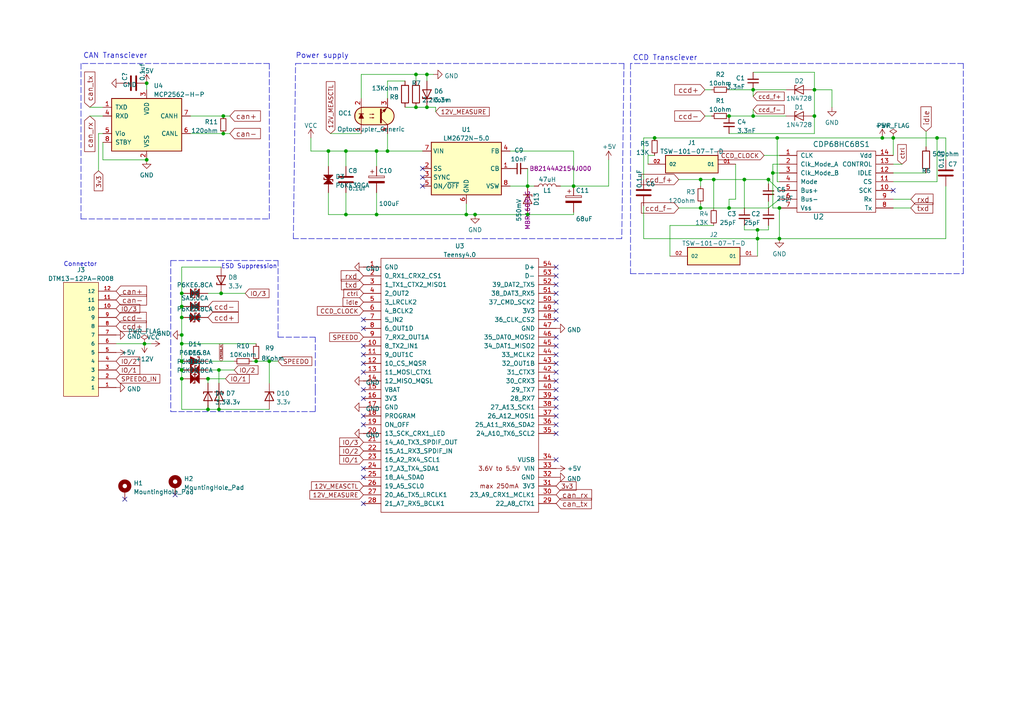
<source format=kicad_sch>
(kicad_sch (version 20211123) (generator eeschema)
  (paper "A4")
  (title_block (title "XJ/TJ CCD/CAN bus arbiter") (date "2022-06-30") (rev "1.0") (company "N9 Works"))
  (lib_symbols
    (symbol "DTM13-12PA-R008:DTM13-12PA-R008" (pin_names (offset 1.016))
      (property "Reference" "J" (at -5.08 20.3454 0))
      (property "Value" "DTM13-12PA-R008" (at -5.08 -20.3454 0))
      (symbol "DTM13-12PA-R008_0_0"
        (pin passive line (at -10.16 15.24 0) (length 5.08) (name "1") (number "1"))
        (pin passive line (at -10.16 -7.62 0) (length 5.08) (name "10") (number "10"))
        (pin passive line (at -10.16 -10.16 0) (length 5.08) (name "11") (number "11"))
        (pin passive line (at -10.16 -12.7 0) (length 5.08) (name "12") (number "12"))
        (pin passive line (at -10.16 12.7 0) (length 5.08) (name "2") (number "2"))
        (pin passive line (at -10.16 10.16 0) (length 5.08) (name "3") (number "3"))
        (pin passive line (at -10.16 7.62 0) (length 5.08) (name "4") (number "4"))
        (pin passive line (at -10.16 5.08 0) (length 5.08) (name "5") (number "5"))
        (pin passive line (at -10.16 2.54 0) (length 5.08) (name "6") (number "6"))
        (pin passive line (at -10.16 0 0) (length 5.08) (name "7") (number "7"))
        (pin passive line (at -10.16 -2.54 0) (length 5.08) (name "8") (number "8"))
        (pin passive line (at -10.16 -5.08 0) (length 5.08) (name "9") (number "9"))
      )
    )
    (symbol "Device:C_Small" (pin_numbers hide) (pin_names (offset 0.254) hide)
      (property "Reference" "C" (at 0.254 1.778 0))
      (property "Value" "C_Small" (at 0.254 -2.032 0))
      (symbol "C_Small_1_1"
        (pin passive line (at 0 2.54 270) (length 2.032) (name "~") (number "1"))
        (pin passive line (at 0 -2.54 90) (length 2.032) (name "~") (number "2"))
      )
    )
    (symbol "Device:D_Zener" (pin_numbers hide) (pin_names (offset 1.016) hide)
      (property "Reference" "D" (at 0 2.54 0))
      (property "Value" "D_Zener" (at 0 -2.54 0))
      (symbol "D_Zener_1_1"
        (pin passive line (at -3.81 0 0) (length 2.54) (name "K") (number "1"))
        (pin passive line (at 3.81 0 180) (length 2.54) (name "A") (number "2"))
      )
    )
    (symbol "Device:R" (pin_numbers hide) (pin_names (offset 0))
      (property "Reference" "R" (at 2.032 0 90))
      (property "Value" "R" (at 0 0 90))
      (symbol "R_1_1"
        (pin passive line (at 0 3.81 270) (length 1.27) (name "~") (number "1"))
        (pin passive line (at 0 -3.81 90) (length 1.27) (name "~") (number "2"))
      )
    )
    (symbol "Device:R_Small" (pin_numbers hide) (pin_names (offset 0.254) hide)
      (property "Reference" "R" (at 0.762 0.508 0))
      (property "Value" "R_Small" (at 0.762 -1.016 0))
      (symbol "R_Small_1_1"
        (pin passive line (at 0 2.54 270) (length 0.762) (name "~") (number "1"))
        (pin passive line (at 0 -2.54 90) (length 0.762) (name "~") (number "2"))
      )
    )
    (symbol "Diode_TVS_AKL:P6KE39CA" (pin_numbers hide) (pin_names (offset 1.016) hide)
      (property "Reference" "D" (at 0 5.08 0))
      (property "Value" "P6KE39CA" (at 0 2.54 0))
      (symbol "P6KE39CA_1_1"
        (pin passive line (at -3.81 0 0) (length 2.54) (name "K") (number "1"))
        (pin passive line (at 3.81 0 180) (length 2.54) (name "A") (number "2"))
      )
    )
    (symbol "Diode_TVS_AKL:P6KE6.8A" (pin_numbers hide) (pin_names (offset 1.016) hide)
      (property "Reference" "D" (at 0 5.08 0))
      (property "Value" "P6KE6.8A" (at 0 2.54 0))
      (symbol "P6KE6.8A_1_1"
        (pin passive line (at 3.81 0 180) (length 2.54) (name "K") (number "1"))
        (pin passive line (at -3.81 0 0) (length 2.54) (name "A") (number "2"))
      )
    )
    (symbol "Diode_TVS_AKL:P6KE6.8CA" (pin_numbers hide) (pin_names (offset 1.016) hide)
      (property "Reference" "D" (at 0 5.08 0))
      (property "Value" "P6KE6.8CA" (at 0 2.54 0))
      (symbol "P6KE6.8CA_1_1"
        (pin passive line (at -3.81 0 0) (length 2.54) (name "K") (number "1"))
        (pin passive line (at 3.81 0 180) (length 2.54) (name "A") (number "2"))
      )
    )
    (symbol "Interface_CAN_LIN:MCP2562-H-P" (pin_names (offset 1.016))
      (property "Reference" "U" (at -10.16 8.89 0))
      (property "Value" "MCP2562-H-P" (at 2.54 8.89 0))
      (symbol "MCP2562-H-P_1_1"
        (pin input line (at -12.7 5.08 0) (length 2.54) (name "TXD") (number "1"))
        (pin power_in line (at 0 -10.16 90) (length 2.54) (name "VSS") (number "2"))
        (pin power_in line (at 0 10.16 270) (length 2.54) (name "VDD") (number "3"))
        (pin output line (at -12.7 2.54 0) (length 2.54) (name "RXD") (number "4"))
        (pin power_in line (at -12.7 -2.54 0) (length 2.54) (name "Vio") (number "5"))
        (pin bidirectional line (at 12.7 -2.54 180) (length 2.54) (name "CANL") (number "6"))
        (pin bidirectional line (at 12.7 2.54 180) (length 2.54) (name "CANH") (number "7"))
        (pin input line (at -12.7 -5.08 0) (length 2.54) (name "STBY") (number "8"))
      )
    )
    (symbol "Mechanical:MountingHole_Pad" (pin_numbers hide) (pin_names (offset 1.016) hide)
      (property "Reference" "H" (at 0 6.35 0))
      (property "Value" "MountingHole_Pad" (at 0 4.445 0))
      (symbol "MountingHole_Pad_1_1"
        (pin input line (at 0 -2.54 90) (length 2.54) (name "1") (number "1"))
      )
    )
    (symbol "Optocoupler_AKL:Optocoupler_Generic" (pin_names (offset 1.016))
      (property "Reference" "OC" (at 6.35 1.27 0))
      (property "Value" "Optocoupler_Generic" (at 6.35 -1.27 0))
      (symbol "Optocoupler_Generic_1_1"
        (pin passive line (at -3.81 5.08 270) (length 2.54) (name "~") (number "1"))
        (pin passive line (at -3.81 -5.08 90) (length 2.54) (name "~") (number "2"))
        (pin passive line (at 3.81 -5.08 90) (length 2.54) (name "~") (number "3"))
        (pin passive line (at 3.81 5.08 270) (length 2.54) (name "~") (number "4"))
      )
    )
    (symbol "Regulator_Switching:LM2672N-5.0"
      (property "Reference" "U" (at -10.16 8.89 0))
      (property "Value" "LM2672N-5.0" (at 0 8.89 0))
      (symbol "LM2672N-5.0_1_1"
        (pin input line (at 12.7 0 180) (length 2.54) (name "CB") (number "1"))
        (pin input line (at -12.7 0 0) (length 2.54) (name "SS") (number "2"))
        (pin input line (at -12.7 -2.54 0) (length 2.54) (name "SYNC") (number "3"))
        (pin input line (at 12.7 5.08 180) (length 2.54) (name "FB") (number "4"))
        (pin input line (at -12.7 -5.08 0) (length 2.54) (name "ON/~{OFF}") (number "5"))
        (pin power_in line (at 0 -10.16 90) (length 2.54) (name "GND") (number "6"))
        (pin power_in line (at -12.7 5.08 0) (length 2.54) (name "VIN") (number "7"))
        (pin output line (at 12.7 -5.08 180) (length 2.54) (name "VSW") (number "8"))
      )
    )
    (symbol "TSW-101-07-T-D:TSW-101-07-T-D" (pin_names (offset 1.016))
      (property "Reference" "J" (at -8.128 2.54 0))
      (property "Value" "TSW-101-07-T-D" (at -7.62 -5.08 0))
      (symbol "TSW-101-07-T-D_0_0"
        (pin passive line (at -12.7 0 0) (length 5.08) (name "01") (number "01"))
        (pin passive line (at 12.7 0 180) (length 5.08) (name "02") (number "02"))
      )
    )
    (symbol "ccd_can_bridge-rescue:+5V" (power) (pin_names (offset 0))
      (property "Value" "+5V" (at 0 3.556 0))
      (symbol "+5V_1_1"
        (pin power_in line (at 0 0 90) (length 0) hide (name "+5V") (number "1"))
      )
    )
    (symbol "ccd_can_bridge-rescue:C" (pin_numbers hide) (pin_names (offset 0.254))
      (property "Reference" "C" (at 0.635 2.54 0))
      (property "Value" "C" (at 0.635 -2.54 0))
      (symbol "C_1_1"
        (pin passive line (at 0 3.81 270) (length 2.794) (name "~") (number "1"))
        (pin passive line (at 0 -3.81 90) (length 2.794) (name "~") (number "2"))
      )
    )
    (symbol "ccd_can_bridge-rescue:CDP68HC68S1" (pin_names (offset 1.016))
      (property "Reference" "U" (at -5.1562 -10.16 0))
      (property "Value" "CDP68HC68S1" (at 1.4732 10.8712 0))
      (symbol "CDP68HC68S1_1_1"
        (pin input line (at -16.51 7.62 0) (length 5.08) (name "CLK") (number "1"))
        (pin bidirectional line (at 16.51 -2.54 180) (length 5.08) (name "SCK") (number "10"))
        (pin input line (at 16.51 0 180) (length 5.08) (name "CS") (number "11"))
        (pin bidirectional line (at 16.51 2.54 180) (length 5.08) (name "IDLE") (number "12"))
        (pin bidirectional line (at 16.51 5.08 180) (length 5.08) (name "CONTROL") (number "13"))
        (pin power_in line (at 16.51 7.62 180) (length 5.08) (name "Vdd") (number "14"))
        (pin input line (at -16.51 5.08 0) (length 5.08) (name "Clk_Mode_A") (number "2"))
        (pin input line (at -16.51 2.54 0) (length 5.08) (name "Clk_Mode_B") (number "3"))
        (pin input line (at -16.51 0 0) (length 5.08) (name "Mode") (number "4"))
        (pin bidirectional line (at -16.51 -2.54 0) (length 5.08) (name "Bus+") (number "5"))
        (pin bidirectional line (at -16.51 -5.08 0) (length 5.08) (name "Bus-") (number "6"))
        (pin power_in line (at -16.51 -7.62 0) (length 5.08) (name "Vss") (number "7"))
        (pin input line (at 16.51 -7.62 180) (length 5.08) (name "Tx") (number "8"))
        (pin output line (at 16.51 -5.08 180) (length 5.08) (name "Rx") (number "9"))
      )
    )
    (symbol "ccd_can_bridge-rescue:CP" (pin_numbers hide) (pin_names (offset 0.254))
      (property "Reference" "C" (at 0.635 2.54 0))
      (property "Value" "CP" (at 0.635 -2.54 0))
      (symbol "CP_1_1"
        (pin passive line (at 0 3.81 270) (length 2.794) (name "~") (number "1"))
        (pin passive line (at 0 -3.81 90) (length 2.794) (name "~") (number "2"))
      )
    )
    (symbol "ccd_can_bridge-rescue:D_Zener" (pin_numbers hide) (pin_names (offset 1.016) hide)
      (property "Reference" "D" (at 0 2.54 0))
      (property "Value" "D_Zener" (at 0 -2.54 0))
      (symbol "D_Zener_1_1"
        (pin passive line (at -3.81 0 0) (length 2.54) (name "K") (number "1"))
        (pin passive line (at 3.81 0 180) (length 2.54) (name "A") (number "2"))
      )
    )
    (symbol "ccd_can_bridge-rescue:L" (pin_numbers hide) (pin_names (offset 1.016) hide)
      (property "Reference" "L" (at -1.27 0 90))
      (property "Value" "L" (at 1.905 0 90))
      (symbol "L_1_1"
        (pin passive line (at 0 3.81 270) (length 1.27) (name "1") (number "1"))
        (pin passive line (at 0 -3.81 90) (length 1.27) (name "2") (number "2"))
      )
    )
    (symbol "power:+12V" (power) (pin_names (offset 0))
      (property "Value" "+12V" (at 0 3.556 0))
      (symbol "+12V_1_1"
        (pin power_in line (at 0 0 90) (length 0) hide (name "+12V") (number "1"))
      )
    )
    (symbol "power:+5V" (power) (pin_names (offset 0))
      (property "Value" "+5V" (at 0 3.556 0))
      (symbol "+5V_1_1"
        (pin power_in line (at 0 0 90) (length 0) hide (name "+5V") (number "1"))
      )
    )
    (symbol "power:GND" (power) (pin_names (offset 0))
      (property "Value" "GND" (at 0 -3.81 0))
      (symbol "GND_1_1"
        (pin power_in line (at 0 0 270) (length 0) hide (name "GND") (number "1"))
      )
    )
    (symbol "power:PWR_FLAG" (power) (pin_numbers hide) (pin_names (offset 0) hide)
      (property "Value" "PWR_FLAG" (at 0 3.81 0))
      (symbol "PWR_FLAG_0_0"
        (pin power_out line (at 0 0 90) (length 0) (name "pwr") (number "1"))
      )
    )
    (symbol "power:VCC" (power) (pin_names (offset 0))
      (property "Value" "VCC" (at 0 3.81 0))
      (symbol "VCC_1_1"
        (pin power_in line (at 0 0 90) (length 0) hide (name "VCC") (number "1"))
      )
    )
    (symbol "teensy:Teensy4.0" (pin_names (offset 1.016))
      (property "Reference" "U" (at 0 39.37 0))
      (property "Value" "Teensy4.0" (at 0 -39.37 0))
      (symbol "Teensy4.0_0_0"
        (text "3.6V to 5.5V" (at 11.43 -24.13 0) (effects (font (size 1.27 1.27))))
        (text "max 250mA" (at 11.43 -29.21 0) (effects (font (size 1.27 1.27))))
        (pin bidirectional line (at -27.94 11.43 0) (length 5.08) (name "8_TX2_IN1") (number "10"))
        (pin bidirectional line (at -27.94 8.89 0) (length 5.08) (name "9_OUT1C") (number "11"))
        (pin bidirectional line (at -27.94 6.35 0) (length 5.08) (name "10_CS_MQSR") (number "12"))
        (pin bidirectional line (at -27.94 3.81 0) (length 5.08) (name "11_MOSI_CTX1") (number "13"))
        (pin bidirectional line (at -27.94 1.27 0) (length 5.08) (name "12_MISO_MQSL") (number "14"))
        (pin power_in line (at -27.94 -1.27 0) (length 5.08) (name "VBAT") (number "15"))
        (pin power_in line (at -27.94 -3.81 0) (length 5.08) (name "3V3") (number "16"))
        (pin power_in line (at -27.94 -6.35 0) (length 5.08) (name "GND") (number "17"))
        (pin input line (at -27.94 -8.89 0) (length 5.08) (name "PROGRAM") (number "18"))
        (pin input line (at -27.94 -11.43 0) (length 5.08) (name "ON_OFF") (number "19"))
        (pin bidirectional line (at -27.94 -13.97 0) (length 5.08) (name "13_SCK_CRX1_LED") (number "20"))
        (pin bidirectional line (at -27.94 -16.51 0) (length 5.08) (name "14_A0_TX3_SPDIF_OUT") (number "21"))
        (pin bidirectional line (at -27.94 -19.05 0) (length 5.08) (name "15_A1_RX3_SPDIF_IN") (number "22"))
        (pin bidirectional line (at -27.94 -21.59 0) (length 5.08) (name "16_A2_RX4_SCL1") (number "23"))
        (pin bidirectional line (at -27.94 -24.13 0) (length 5.08) (name "17_A3_TX4_SDA1") (number "24"))
        (pin bidirectional line (at -27.94 -26.67 0) (length 5.08) (name "18_A4_SDA0") (number "25"))
        (pin bidirectional line (at -27.94 -29.21 0) (length 5.08) (name "19_A5_SCL0") (number "26"))
        (pin bidirectional line (at -27.94 -31.75 0) (length 5.08) (name "20_A6_TX5_LRCLK1") (number "27"))
        (pin bidirectional line (at -27.94 -34.29 0) (length 5.08) (name "21_A7_RX5_BCLK1") (number "28"))
        (pin bidirectional line (at 27.94 -34.29 180) (length 5.08) (name "22_A8_CTX1") (number "29"))
        (pin bidirectional line (at 27.94 -31.75 180) (length 5.08) (name "23_A9_CRX1_MCLK1") (number "30"))
        (pin power_out line (at 27.94 -29.21 180) (length 5.08) (name "3V3") (number "31"))
        (pin power_in line (at 27.94 -26.67 180) (length 5.08) (name "GND") (number "32"))
        (pin power_in line (at 27.94 -24.13 180) (length 5.08) (name "VIN") (number "33"))
        (pin power_out line (at 27.94 -21.59 180) (length 5.08) (name "VUSB") (number "34"))
        (pin bidirectional line (at 27.94 -13.97 180) (length 5.08) (name "24_A10_TX6_SCL2") (number "35"))
        (pin bidirectional line (at 27.94 -11.43 180) (length 5.08) (name "25_A11_RX6_SDA2") (number "36"))
        (pin bidirectional line (at 27.94 -8.89 180) (length 5.08) (name "26_A12_MOSI1") (number "37"))
        (pin bidirectional line (at 27.94 -6.35 180) (length 5.08) (name "27_A13_SCK1") (number "38"))
        (pin bidirectional line (at 27.94 -3.81 180) (length 5.08) (name "28_RX7") (number "39"))
        (pin bidirectional line (at 27.94 -1.27 180) (length 5.08) (name "29_TX7") (number "40"))
        (pin bidirectional line (at 27.94 1.27 180) (length 5.08) (name "30_CRX3") (number "41"))
        (pin bidirectional line (at 27.94 3.81 180) (length 5.08) (name "31_CTX3") (number "42"))
        (pin bidirectional line (at 27.94 6.35 180) (length 5.08) (name "32_OUT1B") (number "43"))
        (pin bidirectional line (at 27.94 8.89 180) (length 5.08) (name "33_MCLK2") (number "44"))
        (pin bidirectional line (at 27.94 11.43 180) (length 5.08) (name "34_DAT1_MISO2") (number "45"))
        (pin bidirectional line (at 27.94 13.97 180) (length 5.08) (name "35_DAT0_MOSI2") (number "46"))
        (pin power_out line (at 27.94 16.51 180) (length 5.08) (name "GND") (number "47"))
        (pin bidirectional line (at 27.94 19.05 180) (length 5.08) (name "36_CLK_CS2") (number "48"))
        (pin power_out line (at 27.94 21.59 180) (length 5.08) (name "3V3") (number "49"))
        (pin bidirectional line (at -27.94 24.13 0) (length 5.08) (name "3_LRCLK2") (number "5"))
        (pin bidirectional line (at 27.94 24.13 180) (length 5.08) (name "37_CMD_SCK2") (number "50"))
        (pin bidirectional line (at 27.94 26.67 180) (length 5.08) (name "38_DAT3_RX5") (number "51"))
        (pin bidirectional line (at 27.94 29.21 180) (length 5.08) (name "39_DAT2_TX5") (number "52"))
        (pin bidirectional line (at 27.94 31.75 180) (length 5.08) (name "D-") (number "53"))
        (pin bidirectional line (at 27.94 34.29 180) (length 5.08) (name "D+") (number "54"))
        (pin bidirectional line (at -27.94 21.59 0) (length 5.08) (name "4_BCLK2") (number "6"))
        (pin bidirectional line (at -27.94 19.05 0) (length 5.08) (name "5_IN2") (number "7"))
        (pin bidirectional line (at -27.94 16.51 0) (length 5.08) (name "6_OUT1D") (number "8"))
        (pin bidirectional line (at -27.94 13.97 0) (length 5.08) (name "7_RX2_OUT1A") (number "9"))
      )
      (symbol "Teensy4.0_1_1"
        (pin power_in line (at -27.94 34.29 0) (length 5.08) (name "GND") (number "1"))
        (pin bidirectional line (at -27.94 31.75 0) (length 5.08) (name "0_RX1_CRX2_CS1") (number "2"))
        (pin bidirectional line (at -27.94 29.21 0) (length 5.08) (name "1_TX1_CTX2_MISO1") (number "3"))
        (pin bidirectional line (at -27.94 26.67 0) (length 5.08) (name "2_OUT2") (number "4"))
      )
    )
  )
  (junction (at 123.825 31.115))
  (junction (at 52.705 107.315))
  (junction (at 153.035 62.23))
  (junction (at 95.25 43.815))
  (junction (at 60.325 118.745))
  (junction (at 64.135 85.09))
  (junction (at 100.33 43.815))
  (junction (at 123.825 21.59))
  (junction (at 63.5 118.745))
  (junction (at 203.2 52.07))
  (junction (at 218.44 26.035))
  (junction (at 120.65 21.59))
  (junction (at 137.795 62.23))
  (junction (at 109.22 62.23))
  (junction (at 120.65 31.115))
  (junction (at 42.545 46.355))
  (junction (at 52.705 88.9))
  (junction (at 100.33 62.23))
  (junction (at 222.885 52.07))
  (junction (at 78.105 104.775))
  (junction (at 236.22 26.035))
  (junction (at 211.455 60.325))
  (junction (at 41.91 99.695))
  (junction (at 60.325 109.855))
  (junction (at 64.77 33.655))
  (junction (at 52.705 109.855))
  (junction (at 218.44 33.655))
  (junction (at 52.705 99.695))
  (junction (at 226.06 69.215))
  (junction (at 207.01 52.07))
  (junction (at 63.5 107.315))
  (junction (at 226.06 60.325))
  (junction (at 52.705 104.775))
  (junction (at 255.905 40.005))
  (junction (at 42.545 24.13))
  (junction (at 189.865 40.005))
  (junction (at 211.455 33.655))
  (junction (at 219.71 69.215))
  (junction (at 166.37 53.975))
  (junction (at 52.705 92.075))
  (junction (at 112.395 43.815))
  (junction (at 64.77 38.735))
  (junction (at 215.9 52.07))
  (junction (at 52.705 97.155))
  (junction (at 259.08 40.005))
  (junction (at 153.035 53.975))
  (junction (at 52.705 85.09))
  (junction (at 271.78 40.005))
  (junction (at 135.255 62.23))
  (junction (at 236.22 33.655))
  (junction (at 109.22 43.815))
  (junction (at 219.71 66.675))
  (junction (at 225.425 40.005))
  (junction (at 224.155 50.165))
  (junction (at 74.295 104.775))
  (junction (at 203.2 60.325))
  (no_connect (at 161.29 125.73))
  (no_connect (at 161.29 90.17))
  (no_connect (at 161.29 102.87))
  (no_connect (at 161.29 92.71))
  (no_connect (at 161.29 87.63))
  (no_connect (at 161.29 80.01))
  (no_connect (at 161.29 77.47))
  (no_connect (at 105.41 107.95))
  (no_connect (at 105.41 102.87))
  (no_connect (at 105.41 113.03))
  (no_connect (at 105.41 100.33))
  (no_connect (at 161.29 115.57))
  (no_connect (at 161.29 113.03))
  (no_connect (at 161.29 110.49))
  (no_connect (at 161.29 107.95))
  (no_connect (at 161.29 105.41))
  (no_connect (at 161.29 133.35))
  (no_connect (at 259.08 55.245))
  (no_connect (at 161.29 100.33))
  (no_connect (at 161.29 97.79))
  (no_connect (at 122.555 48.895))
  (no_connect (at 122.555 51.435))
  (no_connect (at 122.555 53.975))
  (no_connect (at 105.41 146.05))
  (no_connect (at 105.41 115.57))
  (no_connect (at 105.41 120.65))
  (no_connect (at 105.41 123.19))
  (no_connect (at 161.29 85.09))
  (no_connect (at 161.29 82.55))
  (no_connect (at 105.41 138.43))
  (no_connect (at 50.8 143.51))
  (no_connect (at 36.195 144.78))
  (no_connect (at 105.41 105.41))
  (no_connect (at 105.41 135.89))
  (no_connect (at 105.41 92.71))
  (no_connect (at 161.29 118.11))
  (no_connect (at 161.29 123.19))
  (no_connect (at 161.29 120.65))
  (no_connect (at 105.41 95.25))
  (wire (pts (xy 224.155 50.165) (xy 226.06 50.165)))
  (wire (pts (xy 52.705 88.9) (xy 52.705 92.075)))
  (wire (pts (xy 55.245 38.735) (xy 64.77 38.735)))
  (wire (pts (xy 55.245 33.655) (xy 64.77 33.655)))
  (wire (pts (xy 166.37 43.815) (xy 166.37 53.975)))
  (wire (pts (xy 259.08 50.165) (xy 268.605 50.165)))
  (wire (pts (xy 60.325 118.745) (xy 63.5 118.745)))
  (wire (pts (xy 166.37 53.975) (xy 176.53 53.975)))
  (polyline (pts (xy 80.645 97.79) (xy 91.44 97.79)))
  (wire (pts (xy 28.575 38.735) (xy 28.575 49.53)))
  (polyline (pts (xy 91.44 119.38) (xy 86.36 119.38)))
  (wire (pts (xy 219.71 66.675) (xy 219.71 69.215)))
  (polyline (pts (xy 23.495 63.5) (xy 78.105 63.5)))
  (wire (pts (xy 60.325 85.09) (xy 64.135 85.09)))
  (polyline (pts (xy 49.53 75.565) (xy 49.53 119.38)))
  (wire (pts (xy 166.37 62.23) (xy 166.37 61.595)))
  (wire (pts (xy 222.885 53.34) (xy 222.885 52.07)))
  (wire (pts (xy 215.9 52.07) (xy 215.9 60.325)))
  (wire (pts (xy 52.705 85.09) (xy 52.705 88.9)))
  (wire (pts (xy 236.22 38.735) (xy 236.22 33.655)))
  (polyline (pts (xy 85.09 69.215) (xy 85.725 18.415)))
  (wire (pts (xy 78.105 104.775) (xy 78.105 111.125)))
  (wire (pts (xy 42.545 24.13) (xy 42.545 26.035)))
  (wire (pts (xy 235.585 33.655) (xy 236.22 33.655)))
  (wire (pts (xy 135.255 62.23) (xy 137.795 62.23)))
  (wire (pts (xy 78.105 104.775) (xy 80.645 104.775)))
  (wire (pts (xy 207.01 52.07) (xy 207.01 60.325)))
  (wire (pts (xy 224.155 60.325) (xy 226.06 60.325)))
  (wire (pts (xy 52.705 85.09) (xy 52.705 77.47)))
  (wire (pts (xy 259.08 47.625) (xy 261.62 47.625)))
  (wire (pts (xy 60.325 109.855) (xy 60.325 111.125)))
  (wire (pts (xy 224.155 50.165) (xy 224.155 60.325)))
  (wire (pts (xy 52.705 97.155) (xy 52.705 99.695)))
  (polyline (pts (xy 91.44 97.79) (xy 91.44 99.06)))
  (wire (pts (xy 100.33 48.26) (xy 100.33 43.815)))
  (wire (pts (xy 255.905 40.005) (xy 259.08 40.005)))
  (wire (pts (xy 120.65 21.59) (xy 123.825 21.59)))
  (wire (pts (xy 95.885 38.735) (xy 104.775 38.735)))
  (wire (pts (xy 109.22 43.815) (xy 112.395 43.815)))
  (wire (pts (xy 226.06 57.785) (xy 222.885 60.325)))
  (wire (pts (xy 218.44 20.955) (xy 236.22 20.955)))
  (wire (pts (xy 123.825 21.59) (xy 125.73 21.59)))
  (wire (pts (xy 218.44 26.035) (xy 227.965 26.035)))
  (wire (pts (xy 153.035 48.895) (xy 153.035 53.975)))
  (wire (pts (xy 112.395 23.495) (xy 117.475 23.495)))
  (wire (pts (xy 95.25 62.23) (xy 100.33 62.23)))
  (wire (pts (xy 213.36 47.625) (xy 213.36 57.785)))
  (wire (pts (xy 64.77 38.735) (xy 66.675 38.735)))
  (wire (pts (xy 222.885 52.07) (xy 215.9 52.07)))
  (wire (pts (xy 112.395 43.815) (xy 122.555 43.815)))
  (wire (pts (xy 204.47 26.035) (xy 206.375 26.035)))
  (wire (pts (xy 60.325 107.315) (xy 63.5 107.315)))
  (wire (pts (xy 41.91 99.695) (xy 43.815 99.695)))
  (wire (pts (xy 271.78 40.005) (xy 274.32 40.005)))
  (polyline (pts (xy 49.53 75.565) (xy 80.645 75.565)))
  (wire (pts (xy 112.395 38.735) (xy 112.395 43.815)))
  (wire (pts (xy 222.885 52.07) (xy 226.06 55.245)))
  (polyline (pts (xy 182.88 79.375) (xy 279.4 79.375)))
  (wire (pts (xy 26.035 33.655) (xy 29.845 33.655)))
  (wire (pts (xy 63.5 111.125) (xy 63.5 107.315)))
  (wire (pts (xy 189.865 40.005) (xy 225.425 40.005)))
  (wire (pts (xy 104.775 21.59) (xy 120.65 21.59)))
  (wire (pts (xy 218.44 33.655) (xy 227.965 33.655)))
  (polyline (pts (xy 182.88 18.415) (xy 182.88 79.375)))
  (wire (pts (xy 100.33 43.815) (xy 109.22 43.815)))
  (wire (pts (xy 211.455 57.785) (xy 211.455 60.325)))
  (wire (pts (xy 211.455 26.035) (xy 218.44 26.035)))
  (wire (pts (xy 52.705 99.695) (xy 52.705 104.775)))
  (wire (pts (xy 153.035 53.975) (xy 154.94 53.975)))
  (wire (pts (xy 52.705 104.775) (xy 52.705 107.315)))
  (wire (pts (xy 203.2 52.07) (xy 203.2 53.975)))
  (wire (pts (xy 26.035 31.115) (xy 29.845 31.115)))
  (wire (pts (xy 259.08 60.325) (xy 264.16 60.325)))
  (wire (pts (xy 100.33 55.88) (xy 100.33 62.23)))
  (wire (pts (xy 63.5 118.745) (xy 78.105 118.745)))
  (wire (pts (xy 274.32 53.975) (xy 274.32 69.215)))
  (wire (pts (xy 63.5 107.315) (xy 67.945 107.315)))
  (wire (pts (xy 162.56 53.975) (xy 166.37 53.975)))
  (wire (pts (xy 211.455 33.655) (xy 218.44 33.655)))
  (wire (pts (xy 187.96 47.625) (xy 187.96 45.085)))
  (polyline (pts (xy 279.4 79.375) (xy 279.4 18.415)))
  (wire (pts (xy 235.585 26.035) (xy 236.22 26.035)))
  (wire (pts (xy 29.845 46.355) (xy 42.545 46.355)))
  (wire (pts (xy 274.32 40.005) (xy 274.32 46.355)))
  (wire (pts (xy 100.33 62.23) (xy 109.22 62.23)))
  (wire (pts (xy 236.22 33.655) (xy 236.22 26.035)))
  (wire (pts (xy 33.655 99.695) (xy 41.91 99.695)))
  (wire (pts (xy 211.455 60.325) (xy 222.885 60.325)))
  (wire (pts (xy 135.255 62.23) (xy 135.255 59.055)))
  (wire (pts (xy 52.705 77.47) (xy 64.135 77.47)))
  (polyline (pts (xy 180.34 69.215) (xy 85.09 69.215)))
  (polyline (pts (xy 80.645 97.79) (xy 80.645 75.565)))
  (wire (pts (xy 90.17 43.815) (xy 95.25 43.815)))
  (polyline (pts (xy 180.975 18.415) (xy 180.34 69.215)))
  (polyline (pts (xy 91.44 113.03) (xy 91.44 119.38)))
  (wire (pts (xy 194.31 74.295) (xy 194.31 65.405)))
  (wire (pts (xy 52.705 109.855) (xy 52.705 118.745)))
  (wire (pts (xy 137.795 62.23) (xy 153.035 62.23)))
  (wire (pts (xy 64.77 33.655) (xy 66.675 33.655)))
  (wire (pts (xy 63.5 114.935) (xy 63.5 118.745)))
  (wire (pts (xy 73.025 104.775) (xy 74.295 104.775)))
  (wire (pts (xy 226.06 60.325) (xy 226.06 69.215)))
  (wire (pts (xy 196.85 52.07) (xy 203.2 52.07)))
  (wire (pts (xy 126.365 31.115) (xy 126.365 32.385)))
  (wire (pts (xy 52.705 118.745) (xy 60.325 118.745)))
  (polyline (pts (xy 279.4 18.415) (xy 182.88 18.415)))
  (wire (pts (xy 222.885 66.675) (xy 219.71 66.675)))
  (wire (pts (xy 215.9 65.405) (xy 215.9 66.675)))
  (wire (pts (xy 225.425 40.005) (xy 255.905 40.005)))
  (wire (pts (xy 221.615 45.085) (xy 226.06 45.085)))
  (wire (pts (xy 74.295 104.775) (xy 78.105 104.775)))
  (wire (pts (xy 147.955 53.975) (xy 153.035 53.975)))
  (wire (pts (xy 218.44 26.035) (xy 218.44 27.94)))
  (wire (pts (xy 241.3 26.035) (xy 241.3 31.115)))
  (wire (pts (xy 226.06 69.215) (xy 274.32 69.215)))
  (wire (pts (xy 60.325 109.855) (xy 65.405 109.855)))
  (wire (pts (xy 268.605 38.1) (xy 268.605 42.545)))
  (polyline (pts (xy 91.44 113.03) (xy 91.44 98.425)))
  (polyline (pts (xy 78.105 18.415) (xy 78.105 63.5)))
  (wire (pts (xy 226.06 52.705) (xy 225.425 52.705)))
  (wire (pts (xy 28.575 38.735) (xy 29.845 38.735)))
  (wire (pts (xy 259.08 40.005) (xy 259.08 45.085)))
  (wire (pts (xy 153.035 62.23) (xy 166.37 62.23)))
  (wire (pts (xy 218.44 31.75) (xy 218.44 33.655)))
  (wire (pts (xy 186.69 69.215) (xy 219.71 69.215)))
  (wire (pts (xy 186.69 69.215) (xy 186.69 59.69)))
  (wire (pts (xy 259.08 40.005) (xy 271.78 40.005)))
  (wire (pts (xy 203.2 60.325) (xy 211.455 60.325)))
  (wire (pts (xy 109.22 48.26) (xy 109.22 43.815)))
  (wire (pts (xy 204.47 33.655) (xy 206.375 33.655)))
  (wire (pts (xy 109.22 62.23) (xy 135.255 62.23)))
  (wire (pts (xy 64.135 85.09) (xy 71.12 85.09)))
  (wire (pts (xy 95.25 48.26) (xy 95.25 43.815)))
  (wire (pts (xy 176.53 46.355) (xy 176.53 53.975)))
  (wire (pts (xy 123.825 21.59) (xy 123.825 23.495)))
  (wire (pts (xy 226.06 47.625) (xy 224.155 47.625)))
  (wire (pts (xy 52.705 92.075) (xy 52.705 97.155)))
  (wire (pts (xy 90.17 43.815) (xy 90.17 40.005)))
  (wire (pts (xy 147.955 43.815) (xy 166.37 43.815)))
  (wire (pts (xy 112.395 23.495) (xy 112.395 28.575)))
  (wire (pts (xy 236.22 26.035) (xy 241.3 26.035)))
  (wire (pts (xy 203.2 59.055) (xy 203.2 60.325)))
  (wire (pts (xy 219.71 69.215) (xy 219.71 74.295)))
  (wire (pts (xy 153.035 61.595) (xy 153.035 62.23)))
  (wire (pts (xy 271.78 52.705) (xy 259.08 52.705)))
  (wire (pts (xy 186.69 40.005) (xy 186.69 52.07)))
  (wire (pts (xy 222.885 58.42) (xy 222.885 60.325)))
  (wire (pts (xy 120.65 21.59) (xy 120.65 23.495)))
  (wire (pts (xy 222.885 65.405) (xy 222.885 66.675)))
  (wire (pts (xy 29.845 41.275) (xy 29.845 46.355)))
  (wire (pts (xy 186.69 40.005) (xy 189.865 40.005)))
  (wire (pts (xy 117.475 31.115) (xy 120.65 31.115)))
  (polyline (pts (xy 49.53 119.38) (xy 86.36 119.38)))
  (wire (pts (xy 109.22 55.88) (xy 109.22 62.23)))
  (wire (pts (xy 123.825 31.115) (xy 126.365 31.115)))
  (wire (pts (xy 52.705 107.315) (xy 52.705 109.855)))
  (wire (pts (xy 213.36 57.785) (xy 211.455 57.785)))
  (wire (pts (xy 194.31 65.405) (xy 207.01 65.405)))
  (wire (pts (xy 236.22 20.955) (xy 236.22 26.035)))
  (wire (pts (xy 60.325 104.775) (xy 67.945 104.775)))
  (wire (pts (xy 211.455 38.735) (xy 236.22 38.735)))
  (wire (pts (xy 95.25 62.23) (xy 95.25 55.88)))
  (wire (pts (xy 104.775 21.59) (xy 104.775 28.575)))
  (wire (pts (xy 271.78 40.005) (xy 271.78 52.705)))
  (wire (pts (xy 224.155 47.625) (xy 224.155 50.165)))
  (wire (pts (xy 95.25 43.815) (xy 100.33 43.815)))
  (wire (pts (xy 225.425 52.705) (xy 225.425 40.005)))
  (wire (pts (xy 52.705 99.695) (xy 74.295 99.695)))
  (wire (pts (xy 259.08 57.785) (xy 264.16 57.785)))
  (polyline (pts (xy 23.495 18.415) (xy 23.495 63.5)))
  (wire (pts (xy 187.96 45.085) (xy 189.865 45.085)))
  (wire (pts (xy 120.65 31.115) (xy 123.825 31.115)))
  (wire (pts (xy 219.71 69.215) (xy 226.06 69.215)))
  (polyline (pts (xy 78.105 18.415) (xy 23.495 18.415)))
  (wire (pts (xy 219.71 66.675) (xy 215.9 66.675)))
  (wire (pts (xy 196.85 60.325) (xy 203.2 60.325)))
  (wire (pts (xy 60.325 118.745) (xy 60.325 117.475)))
  (wire (pts (xy 215.9 52.07) (xy 207.01 52.07)))
  (polyline (pts (xy 85.725 18.415) (xy 180.975 18.415)))
  (wire (pts (xy 203.2 52.07) (xy 207.01 52.07)))
  (text "CAN Transciever" (at 24.13 17.145 0) (effects (font (size 1.524 1.524)) (justify left bottom)))
  (text "CCD Transciever" (at 183.515 17.78 0) (effects (font (size 1.524 1.524)) (justify left bottom)))
  (text "Power supply" (at 85.725 17.145 0) (effects (font (size 1.524 1.524)) (justify left bottom)))
  (text "ESD Suppression" (at 64.135 78.105 0) (effects (font (size 1.27 1.27)) (justify left bottom)))
  (text "Connector" (at 18.415 77.47 0) (effects (font (size 1.27 1.27)) (justify left bottom)))
  (global_label "12V_MEASCTL" (shape input) (at 105.41 140.97 180) (property "Intersheet References" "${INTERSHEET_REFS}" (effects hide)))
  (global_label "can+" (shape input) (at 33.655 84.455 0) (effects (font (size 1.524 1.524))) (property "Intersheet References" "${INTERSHEET_REFS}" (effects hide)))
  (global_label "ccd_f+" (shape input) (at 196.85 52.07 180) (effects (font (size 1.524 1.524))) (property "Intersheet References" "${INTERSHEET_REFS}" (effects hide)))
  (global_label "can_tx" (shape input) (at 161.29 146.05 0) (effects (font (size 1.524 1.524))) (property "Intersheet References" "${INTERSHEET_REFS}" (effects hide)))
  (global_label "IO{slash}1" (shape input) (at 105.41 133.35 180) (property "Intersheet References" "${INTERSHEET_REFS}" (effects hide)))
  (global_label "rxd" (shape input) (at 264.16 57.785 0) (effects (font (size 1.524 1.524))) (property "Intersheet References" "${INTERSHEET_REFS}" (effects hide)))
  (global_label "3v3" (shape input) (at 28.575 49.53 270) (property "Intersheet References" "${INTERSHEET_REFS}" (effects hide)))
  (global_label "IO{slash}2" (shape input) (at 105.41 130.81 180) (property "Intersheet References" "${INTERSHEET_REFS}" (effects hide)))
  (global_label "txd" (shape input) (at 264.16 60.325 0) (effects (font (size 1.524 1.524))) (property "Intersheet References" "${INTERSHEET_REFS}" (effects hide)))
  (global_label "12V_MEASURE" (shape input) (at 126.365 32.385 0) (property "Intersheet References" "${INTERSHEET_REFS}" (effects hide)))
  (global_label "can_rx" (shape input) (at 26.035 33.655 270) (effects (font (size 1.524 1.524))) (property "Intersheet References" "${INTERSHEET_REFS}" (effects hide)))
  (global_label "rxd" (shape input) (at 105.41 80.01 180) (effects (font (size 1.524 1.524))) (property "Intersheet References" "${INTERSHEET_REFS}" (effects hide)))
  (global_label "ccd+" (shape input) (at 33.655 94.615 0) (effects (font (size 1.524 1.524))) (property "Intersheet References" "${INTERSHEET_REFS}" (effects hide)))
  (global_label "IO{slash}3" (shape input) (at 105.41 128.27 180) (property "Intersheet References" "${INTERSHEET_REFS}" (effects hide)))
  (global_label "SPEEDO" (shape input) (at 80.645 104.775 0) (property "Intersheet References" "${INTERSHEET_REFS}" (effects hide)))
  (global_label "can_tx" (shape input) (at 26.035 31.115 90) (effects (font (size 1.524 1.524))) (property "Intersheet References" "${INTERSHEET_REFS}" (effects hide)))
  (global_label "idle" (shape input) (at 268.605 38.1 90) (effects (font (size 1.524 1.524))) (property "Intersheet References" "${INTERSHEET_REFS}" (effects hide)))
  (global_label "IO{slash}3" (shape input) (at 33.655 89.535 0) (property "Intersheet References" "${INTERSHEET_REFS}" (effects hide)))
  (global_label "ccd_f-" (shape input) (at 196.85 60.325 180) (effects (font (size 1.524 1.524))) (property "Intersheet References" "${INTERSHEET_REFS}" (effects hide)))
  (global_label "ctrl" (shape input) (at 105.41 85.09 180) (property "Intersheet References" "${INTERSHEET_REFS}" (effects hide)))
  (global_label "IO{slash}2" (shape input) (at 67.945 107.315 0) (property "Intersheet References" "${INTERSHEET_REFS}" (effects hide)))
  (global_label "CCD_CLOCK" (shape input) (at 221.615 45.085 180) (property "Intersheet References" "${INTERSHEET_REFS}" (effects hide)))
  (global_label "can_rx" (shape input) (at 161.29 143.51 0) (effects (font (size 1.524 1.524))) (property "Intersheet References" "${INTERSHEET_REFS}" (effects hide)))
  (global_label "can-" (shape input) (at 66.675 38.735 0) (effects (font (size 1.524 1.524))) (property "Intersheet References" "${INTERSHEET_REFS}" (effects hide)))
  (global_label "IO{slash}2" (shape input) (at 33.655 104.775 0) (property "Intersheet References" "${INTERSHEET_REFS}" (effects hide)))
  (global_label "can-" (shape input) (at 33.655 86.995 0) (effects (font (size 1.524 1.524))) (property "Intersheet References" "${INTERSHEET_REFS}" (effects hide)))
  (global_label "ccd+" (shape input) (at 60.325 92.075 0) (effects (font (size 1.524 1.524))) (property "Intersheet References" "${INTERSHEET_REFS}" (effects hide)))
  (global_label "SPEEDO" (shape input) (at 105.41 97.79 180) (property "Intersheet References" "${INTERSHEET_REFS}" (effects hide)))
  (global_label "ccd+" (shape input) (at 204.47 26.035 180) (effects (font (size 1.524 1.524))) (property "Intersheet References" "${INTERSHEET_REFS}" (effects hide)))
  (global_label "ccd_f-" (shape input) (at 218.44 31.75 0) (property "Intersheet References" "${INTERSHEET_REFS}" (effects hide)))
  (global_label "3v3" (shape input) (at 161.29 140.97 0) (property "Intersheet References" "${INTERSHEET_REFS}" (effects hide)))
  (global_label "12V_MEASURE" (shape input) (at 105.41 143.51 180) (property "Intersheet References" "${INTERSHEET_REFS}" (effects hide)))
  (global_label "IO{slash}3" (shape input) (at 71.12 85.09 0) (property "Intersheet References" "${INTERSHEET_REFS}" (effects hide)))
  (global_label "SPEEDO_IN" (shape input) (at 33.655 109.855 0) (property "Intersheet References" "${INTERSHEET_REFS}" (effects hide)))
  (global_label "ccd-" (shape input) (at 204.47 33.655 180) (effects (font (size 1.524 1.524))) (property "Intersheet References" "${INTERSHEET_REFS}" (effects hide)))
  (global_label "can+" (shape input) (at 66.675 33.655 0) (effects (font (size 1.524 1.524))) (property "Intersheet References" "${INTERSHEET_REFS}" (effects hide)))
  (global_label "idle" (shape input) (at 105.41 87.63 180) (property "Intersheet References" "${INTERSHEET_REFS}" (effects hide)))
  (global_label "ccd-" (shape input) (at 33.655 92.075 0) (effects (font (size 1.524 1.524))) (property "Intersheet References" "${INTERSHEET_REFS}" (effects hide)))
  (global_label "ccd-" (shape input) (at 60.325 88.9 0) (effects (font (size 1.524 1.524))) (property "Intersheet References" "${INTERSHEET_REFS}" (effects hide)))
  (global_label "IO{slash}1" (shape input) (at 33.655 107.315 0) (property "Intersheet References" "${INTERSHEET_REFS}" (effects hide)))
  (global_label "IO{slash}1" (shape input) (at 65.405 109.855 0) (property "Intersheet References" "${INTERSHEET_REFS}" (effects hide)))
  (global_label "ctrl" (shape input) (at 261.62 47.625 90) (property "Intersheet References" "${INTERSHEET_REFS}" (effects hide)))
  (global_label "txd" (shape input) (at 105.41 82.55 180) (effects (font (size 1.524 1.524))) (property "Intersheet References" "${INTERSHEET_REFS}" (effects hide)))
  (global_label "ccd_f+" (shape input) (at 218.44 27.94 0) (property "Intersheet References" "${INTERSHEET_REFS}" (effects hide)))
  (global_label "SPEEDO_IN" (shape input) (at 64.135 104.775 90) (effects (font (size 0.5 0.5))) (property "Intersheet References" "${INTERSHEET_REFS}" (effects hide)))
  (global_label "12V_MEASCTL" (shape input) (at 95.885 38.735 90) (property "Intersheet References" "${INTERSHEET_REFS}" (effects hide)))
  (global_label "CCD_CLOCK" (shape input) (at 105.41 90.17 180) (property "Intersheet References" "${INTERSHEET_REFS}" (effects hide)))
  (symbol (lib_id "Device:R") (at 117.475 27.305 180) (unit 1)
    (property "Reference" "R8" (at 115.697 28.1397 0) (effects (justify left)))
    (property "Value" "13Kohm" (at 115.697 25.6028 0) (effects (justify left)))
    (property "Footprint" "Resistor_THT:R_Axial_DIN0204_L3.6mm_D1.6mm_P5.08mm_Horizontal" (effects hide))
  )
  (symbol (lib_id "power:GND") (at 52.705 97.155 270) (unit 1)
    (property "Reference" "#PWR03" (effects hide))
    (property "Value" "GND" (at 49.53 96.7212 90) (effects (justify right)))
  )
  (symbol (lib_id "Device:R_Small") (at 189.865 42.545 0) (mirror y) (unit 1)
    (property "Reference" "R5" (at 188.3664 41.7103 0) (effects (justify left)))
    (property "Value" "13K" (at 188.3664 44.2472 0) (effects (justify left)))
    (property "Footprint" "Resistor_THT:R_Axial_DIN0207_L6.3mm_D2.5mm_P7.62mm_Horizontal" (effects hide))
  )
  (symbol (lib_id "power:GND") (at 105.41 118.11 270) (unit 1)
    (property "Reference" "#PWR015" (effects hide))
    (property "Value" "GND" (at 106.045 118.5438 90) (effects (justify left)))
  )
  (symbol (lib_id "ccd_can_bridge-rescue:L") (at 158.75 53.975 90) (unit 1)
    (property "Reference" "L1" (at 158.75 55.245 90))
    (property "Value" "47uH" (at 158.75 52.07 90))
    (property "Footprint" "Inductor_THT:L_Radial_D8.7mm_P5.00mm_Fastron_07HCP" (effects hide))
    (property "Datasheet" "B82144A2154J000" (at 162.56 48.895 90))
  )
  (symbol (lib_id "power:GND") (at 34.925 24.13 270) (unit 1)
    (property "Reference" "#PWR?" (effects hide))
    (property "Value" "GND" (at 35.56 24.5638 90) (effects (justify left)))
  )
  (symbol (lib_id "teensy:Teensy4.0") (at 133.35 111.76 0) (unit 1)
    (property "Reference" "U3" (at 133.35 71.3572 0))
    (property "Value" "Teensy4.0" (at 133.35 73.8941 0))
    (property "Footprint" "MCUs:Teensy40_NoSMT" (effects hide))
  )
  (symbol (lib_id "power:GND") (at 105.41 125.73 270) (unit 1)
    (property "Reference" "#PWR0107" (effects hide))
    (property "Value" "GND" (at 106.045 126.1638 90) (effects (justify left)))
  )
  (symbol (lib_id "power:GND") (at 137.795 62.23 0) (unit 1)
    (property "Reference" "#PWR014" (effects hide))
    (property "Value" "GND" (at 137.795 66.6734 0))
  )
  (symbol (lib_id "ccd_can_bridge-rescue:D_Zener") (at 231.775 33.655 0) (unit 1)
    (property "Reference" "D1" (at 231.775 31.115 0))
    (property "Value" "1N4728" (at 231.775 36.195 0))
    (property "Footprint" "Diode_THT:D_DO-41_SOD81_P7.62mm_Horizontal" (effects hide))
  )
  (symbol (lib_id "Device:R_Small") (at 208.915 26.035 90) (mirror x) (unit 1)
    (property "Reference" "R2" (at 208.915 21.5986 90))
    (property "Value" "10ohm" (at 208.915 24.1355 90))
    (property "Footprint" "Resistor_THT:R_Axial_DIN0207_L6.3mm_D2.5mm_P7.62mm_Horizontal" (effects hide))
  )
  (symbol (lib_id "Diode_TVS_AKL:P6KE6.8CA") (at 56.515 85.09 0) (unit 1)
    (property "Reference" "D9" (at 56.515 85.09 0))
    (property "Value" "P6KE6.8CA" (at 56.515 82.6571 0))
    (property "Footprint" "Diode_THT:D_DO-15_P10.16mm_Horizontal" (effects hide))
    (property "Datasheet" "https://www.tme.eu/Document/6b488a936123e1f9ccf03f4f9186b150/P6KE_ser.pdf" (effects hide))
  )
  (symbol (lib_id "Device:R") (at 268.605 46.355 0) (mirror y) (unit 1)
    (property "Reference" "R6" (at 267.335 49.53 0) (effects (justify right)))
    (property "Value" "500ohm" (at 270.383 44.6528 0) (effects (justify right)))
    (property "Footprint" "Resistor_THT:R_Axial_DIN0204_L3.6mm_D1.6mm_P5.08mm_Horizontal" (effects hide))
  )
  (symbol (lib_id "Mechanical:MountingHole_Pad") (at 36.195 142.24 0) (unit 1)
    (property "Reference" "H1" (at 38.735 140.1353 0) (effects (justify left)))
    (property "Value" "MountingHole_Pad" (at 38.735 142.6722 0) (effects (justify left)))
    (property "Footprint" "MountingHole:MountingHole_3.2mm_M3" (effects hide))
  )
  (symbol (lib_id "power:+5V") (at 161.29 135.89 270) (unit 1)
    (property "Reference" "#PWR016" (effects hide))
    (property "Value" "+5V" (at 164.465 135.89 90) (effects (justify left)))
  )
  (symbol (lib_id "power:GND") (at 33.655 97.155 90) (unit 1)
    (property "Reference" "#PWR0103" (effects hide))
    (property "Value" "GND" (at 36.83 97.5888 90) (effects (justify right)))
  )
  (symbol (lib_id "Diode_TVS_AKL:P6KE6.8A") (at 56.515 104.775 0) (unit 1)
    (property "Reference" "D14" (at 56.515 99.8052 0))
    (property "Value" "P6KE6.8A" (at 56.515 102.3421 0))
    (property "Footprint" "Diode_THT:D_DO-15_P10.16mm_Horizontal" (effects hide))
    (property "Datasheet" "https://www.tme.eu/Document/6b488a936123e1f9ccf03f4f9186b150/P6KE_ser.pdf" (effects hide))
  )
  (symbol (lib_id "power:+5V") (at 176.53 46.355 0) (unit 1)
    (property "Reference" "#PWR09" (effects hide))
    (property "Value" "+5V" (at 174.625 42.545 0) (effects (justify left)))
  )
  (symbol (lib_id "Diode_TVS_AKL:P6KE6.8CA") (at 56.515 88.9 0) (unit 1)
    (property "Reference" "D5" (at 56.515 88.9 0))
    (property "Value" " SA5.0CA" (at 56.515 86.4671 0))
    (property "Footprint" "Diode_THT:D_DO-15_P10.16mm_Horizontal" (effects hide))
    (property "Datasheet" "https://www.tme.eu/Document/6b488a936123e1f9ccf03f4f9186b150/P6KE_ser.pdf" (effects hide))
  )
  (symbol (lib_id "Device:R") (at 120.65 27.305 180) (unit 1)
    (property "Reference" "R7" (at 119.38 24.13 0) (effects (justify right)))
    (property "Value" "2.2Kohm" (at 122.428 29.0072 0) (effects (justify right)))
    (property "Footprint" "Resistor_THT:R_Axial_DIN0204_L3.6mm_D1.6mm_P5.08mm_Horizontal" (effects hide))
  )
  (symbol (lib_id "Device:C_Small") (at 215.9 62.865 0) (mirror y) (unit 1)
    (property "Reference" "C3" (at 213.5759 62.0366 0) (effects (justify left)))
    (property "Value" "25pF" (at 213.5759 64.5735 0) (effects (justify left)))
    (property "Footprint" "Capacitor_THT:C_Disc_D6.5mm_W4mm_P6.4mm" (effects hide))
  )
  (symbol (lib_id "power:+12V") (at 41.91 99.695 180) (unit 1)
    (property "Reference" "#PWR010" (effects hide))
    (property "Value" "+12V" (at 41.91 104.1384 0))
  )
  (symbol (lib_id "Device:R_Small") (at 203.2 56.515 0) (mirror y) (unit 1)
    (property "Reference" "R3" (at 201.7014 55.6803 0) (effects (justify left)))
    (property "Value" "120ohm" (at 201.7014 58.2172 0) (effects (justify left)))
    (property "Footprint" "Resistor_THT:R_Axial_DIN0207_L6.3mm_D2.5mm_P7.62mm_Horizontal" (effects hide))
  )
  (symbol (lib_id "ccd_can_bridge-rescue:+5V") (at 42.545 24.13 0) (unit 1)
    (property "Reference" "#PWR01" (effects hide))
    (property "Value" "+5V" (at 42.545 20.574 0))
  )
  (symbol (lib_id "power:GND") (at 125.73 21.59 90) (unit 1)
    (property "Reference" "#PWR07" (effects hide))
    (property "Value" "GND" (at 128.905 22.0238 90) (effects (justify right)))
  )
  (symbol (lib_id "power:GND") (at 33.655 112.395 90) (unit 1)
    (property "Reference" "#PWR0104" (effects hide))
    (property "Value" "GND" (at 36.83 112.8288 90) (effects (justify right)))
  )
  (symbol (lib_id "Mechanical:MountingHole_Pad") (at 50.8 140.97 0) (unit 1)
    (property "Reference" "H2" (at 53.34 138.8653 0) (effects (justify left)))
    (property "Value" "MountingHole_Pad" (at 53.34 141.4022 0) (effects (justify left)))
    (property "Footprint" "MountingHole:MountingHole_3.2mm_M3" (effects hide))
  )
  (symbol (lib_id "ccd_can_bridge-rescue:C") (at 100.33 52.07 0) (unit 1)
    (property "Reference" "C8" (at 100.965 49.53 0) (effects (justify left)))
    (property "Value" "0.1uf" (at 100.965 54.61 0) (effects (justify left)))
    (property "Footprint" "Capacitor_THT:C_Disc_D3.8mm_W2.6mm_P2.50mm" (effects hide))
  )
  (symbol (lib_id "power:GND") (at 161.29 95.25 90) (unit 1)
    (property "Reference" "#PWR0102" (effects hide))
    (property "Value" "GND" (at 164.465 95.6838 90) (effects (justify right)))
  )
  (symbol (lib_id "Interface_CAN_LIN:MCP2562-H-P") (at 42.545 36.195 0) (unit 1)
    (property "Reference" "U4" (at 44.5644 24.8752 0) (effects (justify left)))
    (property "Value" "MCP2562-H-P" (at 44.5644 27.4121 0) (effects (justify left)))
    (property "Footprint" "Package_DIP:DIP-8_W7.62mm" (effects hide))
    (property "Datasheet" "http://ww1.microchip.com/downloads/en/DeviceDoc/25167A.pdf" (effects hide))
  )
  (symbol (lib_id "Device:C_Small") (at 150.495 48.895 90) (unit 1)
    (property "Reference" "C9" (at 150.5013 43.6331 90))
    (property "Value" "10nF" (at 150.5013 46.17 90))
    (property "Footprint" "Capacitor_THT:C_Radial_D5.0mm_H11.0mm_P2.00mm" (effects hide))
  )
  (symbol (lib_id "power:GND") (at 105.41 77.47 270) (unit 1)
    (property "Reference" "#PWR06" (effects hide))
    (property "Value" "GND" (at 106.045 77.9038 90) (effects (justify left)))
  )
  (symbol (lib_id "ccd_can_bridge-rescue:D_Zener") (at 153.035 57.785 270) (unit 1)
    (property "Reference" "D13" (at 155.575 57.785 0))
    (property "Value" "550mV" (at 150.495 60.96 0))
    (property "Footprint" "Diode_THT:D_DO-41_SOD81_P7.62mm_Horizontal" (effects hide))
    (property "Datasheet" "MBR160RLG" (at 153.035 60.96 0))
  )
  (symbol (lib_id "DTM13-12PA-R008:DTM13-12PA-R008") (at 23.495 97.155 180) (unit 1)
    (property "Reference" "J3" (at 23.495 78.266 0))
    (property "Value" "DTM13-12PA-R008" (at 23.495 80.8029 0))
    (property "Footprint" "DTM13:TE_DTM13-12PA-R008" (effects hide))
    (property "Comment" "DTM13-12PA-R008" (effects hide))
    (property "EU_RoHS_Compliance" "Compliant" (effects hide))
  )
  (symbol (lib_id "ccd_can_bridge-rescue:C") (at 186.69 55.88 0) (unit 1)
    (property "Reference" "C6" (at 187.325 53.34 0) (effects (justify left)))
    (property "Value" "0.1uF" (at 185.42 54.61 90) (effects (justify left)))
    (property "Footprint" "Capacitor_THT:C_Disc_D3.8mm_W2.6mm_P2.50mm" (effects hide))
  )
  (symbol (lib_id "Optocoupler_AKL:Optocoupler_Generic") (at 108.585 33.655 0) (mirror x) (unit 1)
    (property "Reference" "OC1" (at 102.108 32.8203 0) (effects (justify right)))
    (property "Value" "Optocoupler_Generic" (at 117.475 37.465 0) (effects (justify right)))
    (property "Footprint" "Package_DIP:DIP-4_W7.62mm" (effects hide))
  )
  (symbol (lib_id "ccd_can_bridge-rescue:+5V") (at 33.655 102.235 270) (unit 1)
    (property "Reference" "#PWR0105" (effects hide))
    (property "Value" "+5V" (at 37.211 102.235 90))
  )
  (symbol (lib_id "ccd_can_bridge-rescue:CDP68HC68S1") (at 242.57 52.705 0) (unit 1)
    (property "Reference" "U2" (at 237.4138 62.865 0) (effects (font (size 1.524 1.524))))
    (property "Value" "CDP68HC68S1" (at 244.0432 41.8338 0) (effects (font (size 1.524 1.524))))
    (property "Footprint" "Transceivers:CDP68HC68S1" (effects hide))
  )
  (symbol (lib_id "Device:R_Small") (at 64.77 36.195 0) (mirror y) (unit 1)
    (property "Reference" "R11" (at 63.2714 35.3603 0) (effects (justify left)))
    (property "Value" "120ohm" (at 63.2714 37.8972 0) (effects (justify left)))
    (property "Footprint" "Resistor_THT:R_Axial_DIN0207_L6.3mm_D2.5mm_P7.62mm_Horizontal" (effects hide))
  )
  (symbol (lib_id "Device:R_Small") (at 74.295 102.235 0) (unit 1)
    (property "Reference" "R9" (at 76.835 100.965 0) (effects (justify left)))
    (property "Value" "8Kohm" (at 75.7936 103.9372 0) (effects (justify left)))
    (property "Footprint" "Resistor_THT:R_Axial_DIN0204_L3.6mm_D1.6mm_P5.08mm_Horizontal" (effects hide))
  )
  (symbol (lib_id "ccd_can_bridge-rescue:CP") (at 166.37 57.785 0) (unit 1)
    (property "Reference" "C11" (at 167.005 55.245 0) (effects (justify left)))
    (property "Value" "68uF" (at 167.005 63.5 0) (effects (justify left)))
    (property "Footprint" "Capacitor_THT:C_Radial_D6.3mm_H7.0mm_P2.50mm" (effects hide))
  )
  (symbol (lib_id "power:GND") (at 105.41 110.49 270) (unit 1)
    (property "Reference" "#PWR0106" (effects hide))
    (property "Value" "GND" (at 106.045 110.9238 90) (effects (justify left)))
  )
  (symbol (lib_id "power:VCC") (at 90.17 40.005 0) (unit 1)
    (property "Reference" "#PWR08" (effects hide))
    (property "Value" "VCC" (at 90.17 36.4292 0))
  )
  (symbol (lib_id "Device:D_Zener") (at 60.325 114.935 90) (mirror x) (unit 1)
    (property "Reference" "D4" (at 62.357 114.1003 90) (effects (justify right)))
    (property "Value" "3.3v" (at 62.357 116.6372 90) (effects (justify right)))
    (property "Footprint" "Diode_THT:D_DO-35_SOD27_P7.62mm_Horizontal" (effects hide))
  )
  (symbol (lib_id "Diode_TVS_AKL:P6KE6.8CA") (at 56.515 109.855 0) (unit 1)
    (property "Reference" "D16" (at 56.515 104.8852 0))
    (property "Value" "P6KE6.8CA" (at 56.515 107.4221 0))
    (property "Footprint" "Diode_THT:D_DO-15_P10.16mm_Horizontal" (effects hide))
    (property "Datasheet" "https://www.tme.eu/Document/6b488a936123e1f9ccf03f4f9186b150/P6KE_ser.pdf" (effects hide))
  )
  (symbol (lib_id "TSW-101-07-T-D:TSW-101-07-T-D") (at 207.01 74.295 180) (unit 1)
    (property "Reference" "J2" (at 207.01 68.0552 0))
    (property "Value" "TSW-101-07-T-D" (at 207.01 70.5921 0))
    (property "Footprint" "Jumpers:SAMTEC_TSW-101-07-T-D" (effects hide))
    (property "MANUFACTURER" "Samtec" (effects hide))
    (property "PARTREV" "R" (effects hide))
    (property "STANDARD" "Manufacturer Recommendations" (effects hide))
  )
  (symbol (lib_id "Device:D_Zener") (at 63.5 114.935 270) (unit 1)
    (property "Reference" "D7" (at 65.532 114.1003 90) (effects (justify left)))
    (property "Value" "3.3v" (at 65.532 116.6372 90) (effects (justify left)))
    (property "Footprint" "Diode_THT:D_DO-35_SOD27_P7.62mm_Horizontal" (effects hide))
  )
  (symbol (lib_id "Device:D_Zener") (at 78.105 114.935 270) (unit 1)
    (property "Reference" "D10" (at 80.137 114.1003 90) (effects (justify left)))
    (property "Value" "3.3v" (at 80.137 116.6372 90) (effects (justify left)))
    (property "Footprint" "Diode_THT:D_DO-35_SOD27_P7.62mm_Horizontal" (effects hide))
  )
  (symbol (lib_id "Regulator_Switching:LM2672N-5.0") (at 135.255 48.895 0) (unit 1)
    (property "Reference" "U1" (at 135.255 37.5752 0))
    (property "Value" "LM2672N-5.0" (at 135.255 40.1121 0))
    (property "Footprint" "Package_DIP:DIP-8_W7.62mm" (effects hide))
    (property "Datasheet" "http://www.ti.com/lit/ds/symlink/lm2672.pdf" (effects hide))
  )
  (symbol (lib_id "Diode_TVS_AKL:P6KE6.8CA") (at 56.515 92.075 0) (unit 1)
    (property "Reference" "D12" (at 56.515 92.075 0))
    (property "Value" "P6KE6.8CA" (at 56.515 89.6421 0))
    (property "Footprint" "Diode_THT:D_DO-15_P10.16mm_Horizontal" (effects hide))
    (property "Datasheet" "https://www.tme.eu/Document/6b488a936123e1f9ccf03f4f9186b150/P6KE_ser.pdf" (effects hide))
  )
  (symbol (lib_id "ccd_can_bridge-rescue:C") (at 274.32 50.165 0) (unit 1)
    (property "Reference" "C7" (at 274.955 47.625 0) (effects (justify left)))
    (property "Value" "0.1uF" (at 273.05 48.895 90) (effects (justify left)))
    (property "Footprint" "Capacitor_THT:C_Disc_D3.8mm_W2.6mm_P2.50mm" (effects hide))
  )
  (symbol (lib_id "Diode_TVS_AKL:P6KE6.8CA") (at 56.515 107.315 0) (unit 1)
    (property "Reference" "D15" (at 56.515 102.3452 0))
    (property "Value" "P6KE6.8CA" (at 56.515 104.8821 0))
    (property "Footprint" "Diode_THT:D_DO-15_P10.16mm_Horizontal" (effects hide))
    (property "Datasheet" "https://www.tme.eu/Document/6b488a936123e1f9ccf03f4f9186b150/P6KE_ser.pdf" (effects hide))
  )
  (symbol (lib_id "Device:D_Zener") (at 123.825 27.305 90) (unit 1)
    (property "Reference" "D6" (at 125.857 26.4703 90) (effects (justify right)))
    (property "Value" "3.3v" (at 125.857 29.0072 90) (effects (justify right)))
    (property "Footprint" "Diode_THT:D_DO-35_SOD27_P7.62mm_Horizontal" (effects hide))
  )
  (symbol (lib_id "ccd_can_bridge-rescue:D_Zener") (at 231.775 26.035 0) (unit 1)
    (property "Reference" "D2" (at 231.775 23.495 0))
    (property "Value" "1N4728" (at 231.775 28.575 0))
    (property "Footprint" "Diode_THT:D_DO-41_SOD81_P7.62mm_Horizontal" (effects hide))
  )
  (symbol (lib_id "power:GND") (at 161.29 138.43 90) (unit 1)
    (property "Reference" "#PWR017" (effects hide))
    (property "Value" "GND" (at 164.465 138.8638 90) (effects (justify right)))
  )
  (symbol (lib_id "power:VCC") (at 43.815 99.695 270) (unit 1)
    (property "Reference" "#PWR011" (effects hide))
    (property "Value" "VCC" (at 42.545 97.79 90) (effects (justify left)))
  )
  (symbol (lib_id "power:GND") (at 42.545 46.355 0) (unit 1)
    (property "Reference" "#PWR04" (effects hide))
    (property "Value" "GND" (at 42.545 50.7984 0))
  )
  (symbol (lib_id "Device:D_Zener") (at 64.135 81.28 90) (unit 1)
    (property "Reference" "D8" (at 66.167 80.4453 90) (effects (justify right)))
    (property "Value" "3.3v" (at 66.167 82.9822 90) (effects (justify right)))
    (property "Footprint" "Diode_THT:D_DO-35_SOD27_P7.62mm_Horizontal" (effects hide))
  )
  (symbol (lib_id "power:GND") (at 241.3 31.115 0) (unit 1)
    (property "Reference" "#PWR02" (effects hide))
    (property "Value" "GND" (at 241.3 35.5584 0))
  )
  (symbol (lib_id "Diode_TVS_AKL:P6KE39CA") (at 95.25 52.07 90) (unit 1)
    (property "Reference" "D3" (at 97.282 51.2353 90) (effects (justify right)))
    (property "Value" "P6KE39CA" (at 97.282 53.7722 90) (effects (justify right)))
    (property "Footprint" "Diode_THT:D_DO-15_P10.16mm_Horizontal" (effects hide))
    (property "Datasheet" "https://www.tme.eu/Document/6b488a936123e1f9ccf03f4f9186b150/P6KE_ser.pdf" (effects hide))
  )
  (symbol (lib_id "Device:R_Small") (at 70.485 104.775 270) (mirror x) (unit 1)
    (property "Reference" "R10" (at 70.485 100.3386 90))
    (property "Value" "10Kohm" (at 70.485 102.8755 90))
    (property "Footprint" "Resistor_THT:R_Axial_DIN0204_L3.6mm_D1.6mm_P5.08mm_Horizontal" (effects hide))
  )
  (symbol (lib_id "ccd_can_bridge-rescue:C") (at 38.735 24.13 90) (unit 1)
    (property "Reference" "C?" (at 36.195 23.495 0) (effects (justify left)))
    (property "Value" "0.1uf" (at 41.275 23.495 0) (effects (justify left)))
    (property "Footprint" "Capacitor_THT:C_Disc_D3.8mm_W2.6mm_P2.50mm" (effects hide))
  )
  (symbol (lib_id "ccd_can_bridge-rescue:CP") (at 109.22 52.07 0) (unit 1)
    (property "Reference" "C10" (at 109.855 49.53 0) (effects (justify left)))
    (property "Value" "100uF" (at 109.855 59.055 0) (effects (justify left)))
    (property "Footprint" "Capacitor_THT:CP_Radial_D8.0mm_P3.50mm" (effects hide))
  )
  (symbol (lib_id "TSW-101-07-T-D:TSW-101-07-T-D") (at 200.66 47.625 180) (unit 1)
    (property "Reference" "J1" (at 200.66 41.3852 0))
    (property "Value" "TSW-101-07-T-D" (at 200.66 43.9221 0))
    (property "Footprint" "Jumpers:SAMTEC_TSW-101-07-T-D" (effects hide))
    (property "MANUFACTURER" "Samtec" (effects hide))
    (property "PARTREV" "R" (effects hide))
    (property "STANDARD" "Manufacturer Recommendations" (effects hide))
  )
  (symbol (lib_id "Device:C_Small") (at 222.885 55.88 0) (mirror y) (unit 1)
    (property "Reference" "C5" (at 225.2091 55.0516 0) (effects (justify right)))
    (property "Value" "25pF" (at 225.2091 57.5885 0) (effects (justify right)))
    (property "Footprint" "Capacitor_THT:C_Disc_D6.5mm_W4mm_P6.4mm" (effects hide))
  )
  (symbol (lib_id "Device:R_Small") (at 207.01 62.865 0) (mirror y) (unit 1)
    (property "Reference" "R4" (at 205.5114 62.0303 0) (effects (justify left)))
    (property "Value" "13K" (at 205.5114 64.5672 0) (effects (justify left)))
    (property "Footprint" "Resistor_THT:R_Axial_DIN0207_L6.3mm_D2.5mm_P7.62mm_Horizontal" (effects hide))
  )
  (symbol (lib_id "Device:C_Small") (at 222.885 62.865 0) (mirror y) (unit 1)
    (property "Reference" "C2" (at 220.5609 62.0366 0) (effects (justify left)))
    (property "Value" "25pF" (at 220.5609 64.5735 0) (effects (justify left)))
    (property "Footprint" "Capacitor_THT:C_Disc_D6.5mm_W4mm_P6.4mm" (effects hide))
  )
  (symbol (lib_id "power:PWR_FLAG") (at 259.08 40.005 0) (unit 1)
    (property "Reference" "#FLG0101" (effects hide))
    (property "Value" "PWR_FLAG" (at 259.08 36.4292 0))
  )
  (symbol (lib_id "power:PWR_FLAG") (at 41.91 99.695 0) (unit 1)
    (property "Reference" "#FLG01" (effects hide))
    (property "Value" "PWR_FLAG" (at 41.91 96.1192 0))
  )
  (symbol (lib_id "Device:R_Small") (at 208.915 33.655 90) (mirror x) (unit 1)
    (property "Reference" "R1" (at 208.915 29.2186 90))
    (property "Value" "10ohm" (at 208.915 31.7555 90))
    (property "Footprint" "Resistor_THT:R_Axial_DIN0207_L6.3mm_D2.5mm_P7.62mm_Horizontal" (effects hide))
  )
  (symbol (lib_id "Device:C_Small") (at 218.44 23.495 0) (mirror x) (unit 1)
    (property "Reference" "C1" (at 216.1159 22.6539 0) (effects (justify right)))
    (property "Value" "3.3nF" (at 216.1159 25.1908 0) (effects (justify right)))
    (property "Footprint" "Capacitor_THT:C_Disc_D3.8mm_W2.6mm_P2.50mm" (effects hide))
  )
  (symbol (lib_id "power:+5V") (at 255.905 40.005 0) (unit 1)
    (property "Reference" "#PWR0101" (effects hide))
    (property "Value" "+5V" (at 255.905 36.4292 0))
  )
  (symbol (lib_id "Device:C_Small") (at 211.455 36.195 0) (mirror y) (unit 1)
    (property "Reference" "C4" (at 213.7791 35.3666 0) (effects (justify right)))
    (property "Value" "3.3nF" (at 213.7791 37.9035 0) (effects (justify right)))
    (property "Footprint" "Capacitor_THT:C_Disc_D3.8mm_W2.6mm_P2.50mm" (effects hide))
  )
  (symbol (lib_id "power:GND") (at 226.06 69.215 0) (unit 1)
    (property "Reference" "#PWR05" (effects hide))
    (property "Value" "GND" (at 226.06 73.6584 0))
  )
)
</source>
